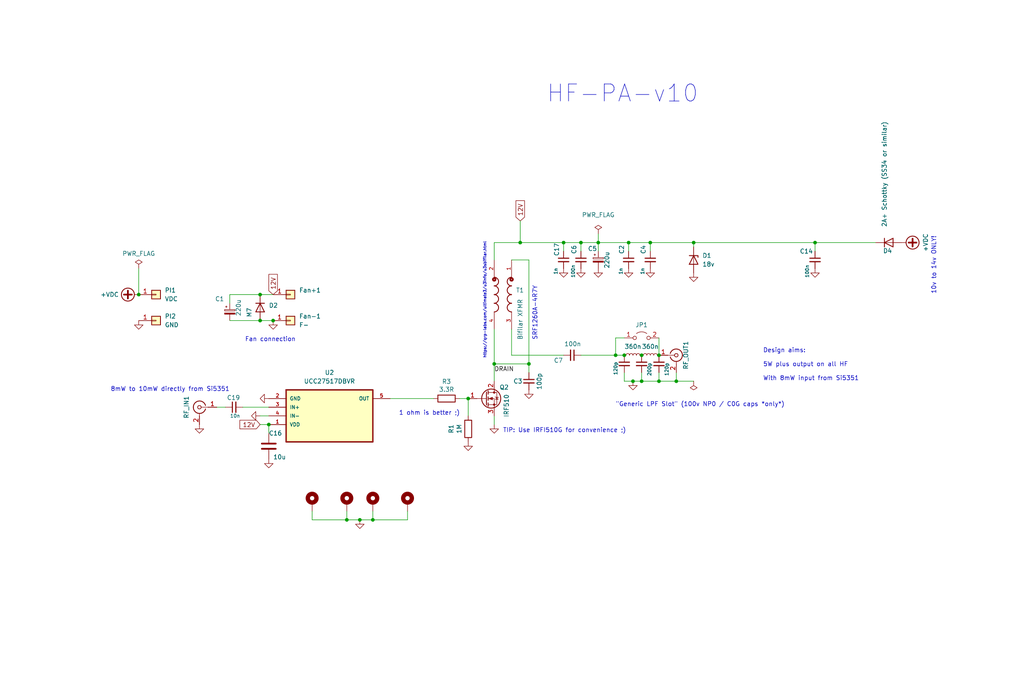
<source format=kicad_sch>
(kicad_sch (version 20230121) (generator eeschema)
  (paper "User" 299.999 200)
  (title_block (title "Easy-PA-Minimal-Brad") (date "2023-09-22") (rev "Revision 4.5") (company "Author: Dhiru Kholia (VU3CER)") (comment 1 "Designed for https://github.com/kholia/Easy-Digital-Beacons-v1 project") (comment 2 "Motivation: We need usable power on the 10m band!") (comment 3 "Based on designs from Henning Paul"))
  (lib_symbols
    (symbol "+VDC_1" (power) (pin_names (offset 0))
      (property "Value" "+VDC_1" (at 0 6.35 0))
      (symbol "+VDC_1_0_1"
        (polyline (pts (xy -1.143 3.175) (xy 1.143 3.175)) (stroke (width 0.508)))
        (polyline (pts (xy 0 0) (xy 0 1.27)))
        (polyline (pts (xy 0 2.032) (xy 0 4.318)) (stroke (width 0.508)))
        (circle (center 0 3.175) (radius 1.905) (stroke (width 0.254)))
      )
      (symbol "+VDC_1_1_1"
        (pin power_in line (at 0 0 90) (length 0) hide (name "+VDC") (number "1"))
      )
    )
    (symbol "Connector:Conn_Coaxial" (pin_names (offset 1.016) hide)
      (property "Reference" "J" (at 0.254 3.048 0))
      (property "Value" "Conn_Coaxial" (at 2.921 0 90))
      (symbol "Conn_Coaxial_0_1"
        (arc (start -1.778 -0.508) (mid 0.222 -1.808) (end 1.778 0) (stroke (width 0.254)))
        (polyline (pts (xy -2.54 0) (xy -0.508 0)))
        (polyline (pts (xy 0 -2.54) (xy 0 -1.778)))
        (circle (center 0 0) (radius 0.508) (stroke (width 0.2032)))
        (arc (start 1.778 0) (mid 0.222 1.8083) (end -1.778 0.508) (stroke (width 0.254)))
      )
      (symbol "Conn_Coaxial_1_1"
        (pin passive line (at -5.08 0 0) (length 2.54) (name "In") (number "1"))
        (pin passive line (at 0 -5.08 90) (length 2.54) (name "Ext") (number "2"))
      )
    )
    (symbol "Connector_Generic:Conn_01x01" (pin_names (offset 1.016) hide)
      (property "Reference" "J" (at 0 2.54 0))
      (property "Value" "Conn_01x01" (at 0 -2.54 0))
      (symbol "Conn_01x01_1_1"
        (rectangle (start -1.27 0.127) (end 0 -0.127) (stroke (width 0.1524)))
        (rectangle (start -1.27 1.27) (end 1.27 -1.27) (stroke (width 0.254)) (fill (type background)))
        (pin passive line (at -5.08 0 0) (length 3.81) (name "Pin_1") (number "1"))
      )
    )
    (symbol "Device:C" (pin_numbers hide) (pin_names (offset 0.254))
      (property "Reference" "C" (at 0.635 2.54 0))
      (property "Value" "C" (at 0.635 -2.54 0))
      (symbol "C_0_1"
        (polyline (pts (xy -2.032 -0.762) (xy 2.032 -0.762)) (stroke (width 0.508)))
        (polyline (pts (xy -2.032 0.762) (xy 2.032 0.762)) (stroke (width 0.508)))
      )
      (symbol "C_1_1"
        (pin passive line (at 0 3.81 270) (length 2.794) (name "~") (number "1"))
        (pin passive line (at 0 -3.81 90) (length 2.794) (name "~") (number "2"))
      )
    )
    (symbol "Device:C_Polarized_Small" (pin_numbers hide) (pin_names (offset 0.254) hide)
      (property "Reference" "C" (at 0.254 1.778 0))
      (property "Value" "C_Polarized_Small" (at 0.254 -2.032 0))
      (symbol "C_Polarized_Small_0_1"
        (rectangle (start -1.524 -0.3048) (end 1.524 -0.6858) (fill (type outline)))
        (rectangle (start -1.524 0.6858) (end 1.524 0.3048))
        (polyline (pts (xy -1.27 1.524) (xy -0.762 1.524)))
        (polyline (pts (xy -1.016 1.27) (xy -1.016 1.778)))
      )
      (symbol "C_Polarized_Small_1_1"
        (pin passive line (at 0 2.54 270) (length 1.8542) (name "~") (number "1"))
        (pin passive line (at 0 -2.54 90) (length 1.8542) (name "~") (number "2"))
      )
    )
    (symbol "Device:C_Small" (pin_numbers hide) (pin_names (offset 0.254) hide)
      (property "Reference" "C" (at 0.254 1.778 0))
      (property "Value" "C_Small" (at 0.254 -2.032 0))
      (symbol "C_Small_0_1"
        (polyline (pts (xy -1.524 -0.508) (xy 1.524 -0.508)) (stroke (width 0.3302)))
        (polyline (pts (xy -1.524 0.508) (xy 1.524 0.508)) (stroke (width 0.3048)))
      )
      (symbol "C_Small_1_1"
        (pin passive line (at 0 2.54 270) (length 2.032) (name "~") (number "1"))
        (pin passive line (at 0 -2.54 90) (length 2.032) (name "~") (number "2"))
      )
    )
    (symbol "Device:D" (pin_numbers hide) (pin_names (offset 1.016) hide)
      (property "Reference" "D" (at 0 2.54 0))
      (property "Value" "D" (at 0 -2.54 0))
      (symbol "D_0_1"
        (polyline (pts (xy -1.27 1.27) (xy -1.27 -1.27)) (stroke (width 0.254)))
        (polyline (pts (xy 1.27 0) (xy -1.27 0)))
        (polyline (pts (xy 1.27 1.27) (xy 1.27 -1.27) (xy -1.27 0) (xy 1.27 1.27)) (stroke (width 0.254)))
      )
      (symbol "D_1_1"
        (pin passive line (at -3.81 0 0) (length 2.54) (name "K") (number "1"))
        (pin passive line (at 3.81 0 180) (length 2.54) (name "A") (number "2"))
      )
    )
    (symbol "Device:D_Zener" (pin_numbers hide) (pin_names (offset 1.016) hide)
      (property "Reference" "D" (at 0 2.54 0))
      (property "Value" "D_Zener" (at 0 -2.54 0))
      (symbol "D_Zener_0_1"
        (polyline (pts (xy 1.27 0) (xy -1.27 0)))
        (polyline (pts (xy -1.27 -1.27) (xy -1.27 1.27) (xy -0.762 1.27)) (stroke (width 0.254)))
        (polyline (pts (xy 1.27 -1.27) (xy 1.27 1.27) (xy -1.27 0) (xy 1.27 -1.27)) (stroke (width 0.254)))
      )
      (symbol "D_Zener_1_1"
        (pin passive line (at -3.81 0 0) (length 2.54) (name "K") (number "1"))
        (pin passive line (at 3.81 0 180) (length 2.54) (name "A") (number "2"))
      )
    )
    (symbol "Device:L_Small" (pin_numbers hide) (pin_names (offset 0.254) hide)
      (property "Reference" "L" (at 0.762 1.016 0))
      (property "Value" "L_Small" (at 0.762 -1.016 0))
      (symbol "L_Small_0_1"
        (arc (start 0 -2.032) (mid 0.5058 -1.524) (end 0 -1.016))
        (arc (start 0 -1.016) (mid 0.5058 -0.508) (end 0 0))
        (arc (start 0 0) (mid 0.5058 0.508) (end 0 1.016))
        (arc (start 0 1.016) (mid 0.5058 1.524) (end 0 2.032))
      )
      (symbol "L_Small_1_1"
        (pin passive line (at 0 2.54 270) (length 0.508) (name "~") (number "1"))
        (pin passive line (at 0 -2.54 90) (length 0.508) (name "~") (number "2"))
      )
    )
    (symbol "Device:R" (pin_numbers hide) (pin_names (offset 0))
      (property "Reference" "R" (at 2.032 0 90))
      (property "Value" "R" (at 0 0 90))
      (symbol "R_0_1"
        (rectangle (start -1.016 -2.54) (end 1.016 2.54) (stroke (width 0.254)))
      )
      (symbol "R_1_1"
        (pin passive line (at 0 3.81 270) (length 1.27) (name "~") (number "1"))
        (pin passive line (at 0 -3.81 90) (length 1.27) (name "~") (number "2"))
      )
    )
    (symbol "Diode:1N4007" (pin_numbers hide) (pin_names hide)
      (property "Reference" "D" (at 0 2.54 0))
      (property "Value" "1N4007" (at 0 -2.54 0))
      (symbol "1N4007_0_1"
        (polyline (pts (xy -1.27 1.27) (xy -1.27 -1.27)) (stroke (width 0.254)))
        (polyline (pts (xy 1.27 0) (xy -1.27 0)))
        (polyline (pts (xy 1.27 1.27) (xy 1.27 -1.27) (xy -1.27 0) (xy 1.27 1.27)) (stroke (width 0.254)))
      )
      (symbol "1N4007_1_1"
        (pin passive line (at -3.81 0 0) (length 2.54) (name "K") (number "1"))
        (pin passive line (at 3.81 0 180) (length 2.54) (name "A") (number "2"))
      )
    )
    (symbol "Jumper:Jumper_2_Open" (pin_names (offset 0) hide)
      (property "Reference" "JP" (at 0 2.794 0))
      (property "Value" "Jumper_2_Open" (at 0 -2.286 0))
      (symbol "Jumper_2_Open_0_0"
        (circle (center -2.032 0) (radius 0.508))
        (circle (center 2.032 0) (radius 0.508))
      )
      (symbol "Jumper_2_Open_0_1"
        (arc (start 1.524 1.27) (mid 0 1.778) (end -1.524 1.27))
      )
      (symbol "Jumper_2_Open_1_1"
        (pin passive line (at -5.08 0 0) (length 2.54) (name "A") (number "1"))
        (pin passive line (at 5.08 0 180) (length 2.54) (name "B") (number "2"))
      )
    )
    (symbol "Mechanical:MountingHole_Pad" (pin_numbers hide) (pin_names (offset 1.016) hide)
      (property "Reference" "H" (at 0 6.35 0))
      (property "Value" "MountingHole_Pad" (at 0 4.445 0))
      (symbol "MountingHole_Pad_0_1"
        (circle (center 0 1.27) (radius 1.27) (stroke (width 1.27)))
      )
      (symbol "MountingHole_Pad_1_1"
        (pin input line (at 0 -2.54 90) (length 2.54) (name "1") (number "1"))
      )
    )
    (symbol "SRF1260A-4R7Y:SRF1260A-4R7Y" (pin_names (offset 1.016))
      (property "Reference" "L" (at -7.631 5.0873 0))
      (property "Value" "SRF1260A-4R7Y" (at -7.6349 -7.6349 0))
      (symbol "SRF1260A-4R7Y_0_0"
        (arc (start -5.08 2.54) (mid -3.81 1.2755) (end -2.54 2.54) (stroke (width 0.254)))
        (circle (center -4.445 -2.54) (radius 0.127) (stroke (width 0.508)))
        (circle (center -4.445 2.54) (radius 0.127) (stroke (width 0.508)))
        (arc (start -2.54 -2.54) (mid -3.81 -1.2755) (end -5.08 -2.54) (stroke (width 0.254)))
        (arc (start -2.54 2.54) (mid -1.27 1.2755) (end 0 2.54) (stroke (width 0.254)))
        (arc (start 0 -2.54) (mid -1.27 -1.2755) (end -2.54 -2.54) (stroke (width 0.254)))
        (arc (start 0 2.54) (mid 1.27 1.2755) (end 2.54 2.54) (stroke (width 0.254)))
        (arc (start 2.54 -2.54) (mid 1.27 -1.2755) (end 0 -2.54) (stroke (width 0.254)))
        (arc (start 2.54 2.54) (mid 3.81 1.2755) (end 5.08 2.54) (stroke (width 0.254)))
        (arc (start 5.08 -2.54) (mid 3.81 -1.2755) (end 2.54 -2.54) (stroke (width 0.254)))
        (pin passive line (at -10.16 2.54 0) (length 5.08) (name "~") (number "1"))
        (pin passive line (at -10.16 -2.54 0) (length 5.08) (name "~") (number "2"))
        (pin passive line (at 10.16 2.54 180) (length 5.08) (name "~") (number "3"))
        (pin passive line (at 10.16 -2.54 180) (length 5.08) (name "~") (number "4"))
      )
    )
    (symbol "Transistor_FET:IRF540N" (pin_names hide)
      (property "Reference" "Q" (at 6.35 1.905 0))
      (property "Value" "IRF540N" (at 6.35 0 0))
      (symbol "IRF540N_0_1"
        (polyline (pts (xy 0.254 0) (xy -2.54 0)))
        (polyline (pts (xy 0.254 1.905) (xy 0.254 -1.905)) (stroke (width 0.254)))
        (polyline (pts (xy 0.762 -1.27) (xy 0.762 -2.286)) (stroke (width 0.254)))
        (polyline (pts (xy 0.762 0.508) (xy 0.762 -0.508)) (stroke (width 0.254)))
        (polyline (pts (xy 0.762 2.286) (xy 0.762 1.27)) (stroke (width 0.254)))
        (polyline (pts (xy 2.54 2.54) (xy 2.54 1.778)))
        (polyline (pts (xy 2.54 -2.54) (xy 2.54 0) (xy 0.762 0)))
        (polyline (pts (xy 0.762 -1.778) (xy 3.302 -1.778) (xy 3.302 1.778) (xy 0.762 1.778)))
        (polyline (pts (xy 1.016 0) (xy 2.032 0.381) (xy 2.032 -0.381) (xy 1.016 0)) (fill (type outline)))
        (polyline (pts (xy 2.794 0.508) (xy 2.921 0.381) (xy 3.683 0.381) (xy 3.81 0.254)))
        (polyline (pts (xy 3.302 0.381) (xy 2.921 -0.254) (xy 3.683 -0.254) (xy 3.302 0.381)))
        (circle (center 1.651 0) (radius 2.794) (stroke (width 0.254)))
        (circle (center 2.54 -1.778) (radius 0.254) (fill (type outline)))
        (circle (center 2.54 1.778) (radius 0.254) (fill (type outline)))
      )
      (symbol "IRF540N_1_1"
        (pin input line (at -5.08 0 0) (length 2.54) (name "G") (number "1"))
        (pin passive line (at 2.54 5.08 270) (length 2.54) (name "D") (number "2"))
        (pin passive line (at 2.54 -5.08 90) (length 2.54) (name "S") (number "3"))
      )
    )
    (symbol "UCC27517DBVR:UCC27517DBVR" (pin_names (offset 1.016))
      (property "Reference" "U" (at -12.7 8.62 0))
      (property "Value" "UCC27517DBVR" (at -12.7 -11.62 0))
      (symbol "UCC27517DBVR_0_0"
        (rectangle (start -12.7 -7.62) (end 12.7 7.62) (stroke (width 0.41)) (fill (type background)))
        (pin input line (at -17.78 -2.54 0) (length 5.08) (name "VDD") (number "1"))
        (pin input line (at -17.78 5.08 0) (length 5.08) (name "GND") (number "2"))
        (pin input line (at -17.78 2.54 0) (length 5.08) (name "IN+") (number "3"))
        (pin input line (at -17.78 0 0) (length 5.08) (name "IN-") (number "4"))
        (pin output line (at 17.78 5.08 180) (length 5.08) (name "OUT") (number "5"))
      )
    )
    (symbol "power:+VDC" (power) (pin_names (offset 0))
      (property "Value" "+VDC" (at 0 6.35 0))
      (symbol "+VDC_0_1"
        (polyline (pts (xy -1.143 3.175) (xy 1.143 3.175)) (stroke (width 0.508)))
        (polyline (pts (xy 0 0) (xy 0 1.27)))
        (polyline (pts (xy 0 2.032) (xy 0 4.318)) (stroke (width 0.508)))
        (circle (center 0 3.175) (radius 1.905) (stroke (width 0.254)))
      )
      (symbol "+VDC_1_1"
        (pin power_in line (at 0 0 90) (length 0) hide (name "+VDC") (number "1"))
      )
    )
    (symbol "power:GND" (power) (pin_names (offset 0))
      (property "Value" "GND" (at 0 -3.81 0))
      (symbol "GND_0_1"
        (polyline (pts (xy 0 0) (xy 0 -1.27) (xy 1.27 -1.27) (xy 0 -2.54) (xy -1.27 -1.27) (xy 0 -1.27)))
      )
      (symbol "GND_1_1"
        (pin power_in line (at 0 0 270) (length 0) hide (name "GND") (number "1"))
      )
    )
    (symbol "power:PWR_FLAG" (power) (pin_numbers hide) (pin_names (offset 0) hide)
      (property "Value" "PWR_FLAG" (at 0 3.81 0))
      (symbol "PWR_FLAG_0_0"
        (pin power_out line (at 0 0 90) (length 0) (name "pwr") (number "1"))
      )
      (symbol "PWR_FLAG_0_1"
        (polyline (pts (xy 0 0) (xy 0 1.27) (xy -1.016 1.905) (xy 0 2.54) (xy 1.016 1.905) (xy 0 1.27)))
      )
    )
  )
  (junction (at 198.12 111.76))
  (junction (at 185.42 111.76))
  (junction (at 154.94 106.68))
  (junction (at 187.96 111.76))
  (junction (at 78.74 124.46))
  (junction (at 238.76 71.12))
  (junction (at 76.2 93.98))
  (junction (at 76.2 86.36))
  (junction (at 152.4 71.12))
  (junction (at 184.15 71.12))
  (junction (at 101.6 152.4))
  (junction (at 182.88 104.14))
  (junction (at 193.04 104.14))
  (junction (at 40.64 86.36))
  (junction (at 187.96 104.14))
  (junction (at 170.18 71.12))
  (junction (at 80.01 93.98))
  (junction (at 109.22 152.4))
  (junction (at 180.34 104.14))
  (junction (at 165.1 71.12))
  (junction (at 203.2 71.12))
  (junction (at 193.04 111.76))
  (junction (at 137.16 116.84))
  (junction (at 144.78 106.68))
  (junction (at 175.26 71.12))
  (junction (at 105.41 152.4))
  (junction (at 190.5 71.12))
  (wire (pts (xy 144.78 71.12) (xy 152.4 71.12)))
  (wire (pts (xy 238.76 71.12) (xy 256.54 71.12)))
  (wire (pts (xy 137.16 121.92) (xy 137.16 116.84)))
  (wire (pts (xy 119.38 152.4) (xy 119.38 149.86)))
  (wire (pts (xy 149.86 76.2) (xy 154.94 76.2)))
  (wire (pts (xy 193.04 111.76) (xy 198.12 111.76)))
  (wire (pts (xy 165.1 71.12) (xy 170.18 71.12)))
  (wire (pts (xy 193.04 109.22) (xy 193.04 111.76)))
  (wire (pts (xy 149.86 96.52) (xy 149.86 104.14)))
  (wire (pts (xy 170.18 71.12) (xy 170.18 73.66)))
  (wire (pts (xy 40.64 78.74) (xy 40.64 86.36)))
  (wire (pts (xy 78.74 124.46) (xy 78.74 127)))
  (wire (pts (xy 76.2 121.92) (xy 78.74 121.92)))
  (wire (pts (xy 203.2 71.12) (xy 238.76 71.12)))
  (wire (pts (xy 67.31 88.9) (xy 67.31 86.36)))
  (wire (pts (xy 144.78 76.2) (xy 144.78 71.12)))
  (wire (pts (xy 152.4 71.12) (xy 165.1 71.12)))
  (wire (pts (xy 149.86 104.14) (xy 165.1 104.14)))
  (wire (pts (xy 91.44 152.4) (xy 101.6 152.4)))
  (wire (pts (xy 190.5 71.12) (xy 190.5 73.66)))
  (wire (pts (xy 154.94 76.2) (xy 154.94 106.68)))
  (wire (pts (xy 144.78 106.68) (xy 144.78 111.76)))
  (wire (pts (xy 76.2 86.36) (xy 80.01 86.36)))
  (wire (pts (xy 144.78 124.46) (xy 144.78 121.92)))
  (wire (pts (xy 165.1 71.12) (xy 165.1 73.66)))
  (wire (pts (xy 101.6 149.86) (xy 101.6 152.4)))
  (wire (pts (xy 180.34 99.06) (xy 182.88 99.06)))
  (wire (pts (xy 67.31 93.98) (xy 76.2 93.98)))
  (wire (pts (xy 185.42 111.76) (xy 187.96 111.76)))
  (wire (pts (xy 175.26 71.12) (xy 184.15 71.12)))
  (wire (pts (xy 187.96 109.22) (xy 187.96 111.76)))
  (wire (pts (xy 175.26 71.12) (xy 175.26 73.66)))
  (wire (pts (xy 180.34 99.06) (xy 180.34 104.14)))
  (wire (pts (xy 91.44 149.86) (xy 91.44 152.4)))
  (wire (pts (xy 180.34 104.14) (xy 182.88 104.14)))
  (wire (pts (xy 134.62 116.84) (xy 137.16 116.84)))
  (wire (pts (xy 203.2 71.12) (xy 203.2 72.39)))
  (wire (pts (xy 63.5 119.38) (xy 66.04 119.38)))
  (wire (pts (xy 198.12 111.76) (xy 198.12 109.22)))
  (wire (pts (xy 114.3 116.84) (xy 127 116.84)))
  (wire (pts (xy 144.78 106.68) (xy 154.94 106.68)))
  (wire (pts (xy 67.31 86.36) (xy 76.2 86.36)))
  (wire (pts (xy 190.5 71.12) (xy 203.2 71.12)))
  (wire (pts (xy 76.2 93.98) (xy 80.01 93.98)))
  (wire (pts (xy 170.18 71.12) (xy 175.26 71.12)))
  (wire (pts (xy 187.96 111.76) (xy 193.04 111.76)))
  (wire (pts (xy 184.15 71.12) (xy 184.15 73.66)))
  (wire (pts (xy 76.2 124.46) (xy 78.74 124.46)))
  (wire (pts (xy 105.41 152.4) (xy 109.22 152.4)))
  (wire (pts (xy 109.22 152.4) (xy 119.38 152.4)))
  (wire (pts (xy 154.94 106.68) (xy 154.94 109.22)))
  (wire (pts (xy 71.12 119.38) (xy 78.74 119.38)))
  (wire (pts (xy 198.12 111.76) (xy 203.2 111.76)))
  (wire (pts (xy 182.88 111.76) (xy 185.42 111.76)))
  (wire (pts (xy 101.6 152.4) (xy 105.41 152.4)))
  (wire (pts (xy 170.18 104.14) (xy 180.34 104.14)))
  (wire (pts (xy 184.15 71.12) (xy 190.5 71.12)))
  (wire (pts (xy 175.26 68.58) (xy 175.26 71.12)))
  (wire (pts (xy 144.78 96.52) (xy 144.78 106.68)))
  (wire (pts (xy 182.88 109.22) (xy 182.88 111.76)))
  (wire (pts (xy 152.4 64.77) (xy 152.4 71.12)))
  (wire (pts (xy 238.76 71.12) (xy 238.76 73.66)))
  (wire (pts (xy 193.04 104.14) (xy 193.04 99.06)))
  (wire (pts (xy 109.22 149.86) (xy 109.22 152.4)))
  (text "Fan connection" (at 71.755 100.33 0) (effects (font (size 1.27 1.27)) (justify left bottom)))
  (text "8mW to 10mW directly from Si5351" (at 67.31 114.935 0) (effects (font (size 1.27 1.27)) (justify right bottom)))
  (text "HF-PA-v10" (at 160.02 30.48 0) (effects (font (size 5 5)) (justify left bottom)))
  (text "Design aims:\n\n5W plus output on all HF\n\nWith 8mW input from Si5351" (at 223.52 111.76 0) (effects (font (size 1.27 1.27)) (justify left bottom)))
  (text "1 ohm is better ;)" (at 116.84 121.92 0) (effects (font (size 1.27 1.27)) (justify left bottom)))
  (text "SRF1260A-4R7Y" (at 157.48 99.822 90) (effects (font (size 1.27 1.27)) (justify left bottom)))
  (text "\"Generic LPF Slot\" (100v NP0 / C0G caps *only*)" (at 180.34 119.38 0) (effects (font (size 1.27 1.27)) (justify left bottom)))
  (text "https://qrp-labs.com/ultimate3/u3info/u3sbifilar.html" (at 142.494 105.156 90) (effects (font (size 0.8 0.8)) (justify left bottom)))
  (text "10v to 14v ONLY!" (at 274.32 86.36 90) (effects (font (size 1.27 1.27)) (justify left bottom)))
  (text "TIP: Use IRFI510G for convenience ;)" (at 147.32 127 0) (effects (font (size 1.27 1.27)) (justify left bottom)))
  (label "DRAIN" (at 144.78 109.22 0))
  (global_label "12V" (shape input) (at 80.01 86.36 90) (property "Intersheetrefs" "${INTERSHEET_REFS}" (effects hide)))
  (global_label "12V" (shape input) (at 152.4 64.77 90) (property "Intersheetrefs" "${INTERSHEET_REFS}" (effects hide)))
  (global_label "12V" (shape input) (at 76.2 124.46 180) (property "Intersheetrefs" "${INTERSHEET_REFS}" (effects hide)))
  (symbol (lib_id "Device:C_Polarized_Small") (at 175.26 76.2 0) (unit 1)
    (property "Reference" "C5" (at 172.212 72.898 0) (effects (justify left)))
    (property "Value" "220u" (at 177.8 78.74 90) (effects (justify left)))
    (property "Footprint" "Capacitor_SMD:CP_Elec_8x10.5" (effects hide))
  )
  (symbol (lib_id "Device:C_Small") (at 167.64 104.14 270) (unit 1)
    (property "Reference" "C7" (at 163.576 105.664 90))
    (property "Value" "100n" (at 167.767 100.838 90))
    (property "Footprint" "Capacitor_SMD:C_1206_3216Metric_Pad1.33x1.80mm_HandSolder" (effects hide))
  )
  (symbol (lib_id "Connector_Generic:Conn_01x01") (at 45.72 86.36 0) (unit 1)
    (property "Reference" "PI1" (at 48.26 85.09 0) (effects (justify left)))
    (property "Value" "VDC" (at 48.26 87.63 0) (effects (justify left)))
    (property "Footprint" "TestPoint:TestPoint_Pad_4.0x4.0mm" (effects hide))
  )
  (symbol (lib_id "power:+VDC") (at 40.64 86.36 90) (unit 1)
    (property "Reference" "#PWR0110" (effects hide))
    (property "Value" "+VDC" (at 34.8234 86.36 90) (effects (justify left)))
  )
  (symbol (lib_id "Device:R") (at 130.81 116.84 270) (unit 1)
    (property "Reference" "R3" (at 130.81 111.8616 90))
    (property "Value" "3.3R" (at 130.81 114.173 90))
    (property "Footprint" "Resistor_SMD:R_2512_6332Metric_Pad1.40x3.35mm_HandSolder" (effects hide))
  )
  (symbol (lib_id "power:PWR_FLAG") (at 40.64 78.74 0) (unit 1)
    (property "Reference" "#FLG0103" (effects hide))
    (property "Value" "PWR_FLAG" (at 40.64 74.3458 0))
  )
  (symbol (lib_id "power:GND") (at 58.42 124.46 0) (unit 1)
    (property "Reference" "#PWR0106" (effects hide))
    (property "Value" "GND" (effects hide))
  )
  (symbol (lib_id "Device:C_Small") (at 170.18 76.2 0) (unit 1)
    (property "Reference" "C6" (at 168.148 73.152 90))
    (property "Value" "100n" (at 167.894 79.502 90) (effects (font (size 0.9906 0.9906))))
    (property "Footprint" "Capacitor_SMD:C_1206_3216Metric_Pad1.33x1.80mm_HandSolder" (effects hide))
  )
  (symbol (lib_id "power:PWR_FLAG") (at 175.26 68.58 0) (unit 1)
    (property "Reference" "#FLG01" (effects hide))
    (property "Value" "PWR_FLAG" (at 175.26 62.992 0))
  )
  (symbol (lib_id "Device:L_Small") (at 190.5 104.14 90) (unit 1)
    (property "Reference" "L2" (effects hide))
    (property "Value" "360n" (at 190.5 101.6 90))
    (property "Footprint" "Inductor_THT:L_Toroid_Vertical_L10.0mm_W5.0mm_P5.08mm" (effects hide))
  )
  (symbol (lib_name "+VDC_1") (lib_id "power:+VDC") (at 264.16 71.12 270) (unit 1)
    (property "Reference" "#PWR014" (effects hide))
    (property "Value" "+VDC" (at 271.145 71.12 0))
  )
  (symbol (lib_id "power:GND") (at 76.2 121.92 270) (unit 1)
    (property "Reference" "#PWR04" (effects hide))
    (property "Value" "GND" (effects hide))
  )
  (symbol (lib_id "Connector:Conn_Coaxial") (at 58.42 119.38 0) (mirror y) (unit 1)
    (property "Reference" "RF_IN1" (at 54.61 119.38 90))
    (property "Value" "SMA" (effects hide))
    (property "Footprint" "Connector_Coaxial:SMA_Samtec_SMA-J-P-X-ST-EM1_EdgeMount" (effects hide))
    (property "Datasheet" " ~" (effects hide))
  )
  (symbol (lib_id "Device:C_Small") (at 238.76 76.2 0) (unit 1)
    (property "Reference" "C14" (at 236.22 73.66 0))
    (property "Value" "100n" (at 236.474 79.502 90) (effects (font (size 0.9906 0.9906))))
    (property "Footprint" "Capacitor_SMD:C_1206_3216Metric_Pad1.33x1.80mm_HandSolder" (effects hide))
  )
  (symbol (lib_id "Connector_Generic:Conn_01x01") (at 85.09 86.36 0) (unit 1)
    (property "Reference" "Fan+1" (at 87.63 85.09 0) (effects (justify left)))
    (property "Value" "F+" (effects hide))
    (property "Footprint" "TestPoint:TestPoint_Pad_4.0x4.0mm" (effects hide))
  )
  (symbol (lib_id "Device:R") (at 137.16 125.73 0) (unit 1)
    (property "Reference" "R1" (at 132.1816 125.73 90))
    (property "Value" "1M" (at 134.493 125.73 90))
    (property "Footprint" "Resistor_SMD:R_1206_3216Metric_Pad1.30x1.75mm_HandSolder" (effects hide))
  )
  (symbol (lib_id "Device:D") (at 260.35 71.12 0) (unit 1)
    (property "Reference" "D4" (at 261.366 73.533 0) (effects (justify right)))
    (property "Value" "2A+ Schottky (SS34 or similar)" (at 259.08 35.56 90) (effects (justify right)))
    (property "Footprint" "Diode_SMD:D_SMC_Handsoldering" (effects hide))
    (property "Sim.Device" "D" (effects hide))
    (property "Sim.Pins" "1=K 2=A" (effects hide))
  )
  (symbol (lib_id "power:GND") (at 175.26 78.74 0) (unit 1)
    (property "Reference" "#PWR0103" (effects hide))
    (property "Value" "GND" (effects hide))
  )
  (symbol (lib_id "Device:C_Small") (at 187.96 106.68 0) (unit 1)
    (property "Reference" "C11" (effects hide))
    (property "Value" "200p" (at 190.246 110.236 90) (effects (font (size 1 1)) (justify left)))
    (property "Footprint" "Capacitor_SMD:C_1206_3216Metric_Pad1.33x1.80mm_HandSolder" (effects hide))
  )
  (symbol (lib_id "Device:C_Small") (at 68.58 119.38 90) (unit 1)
    (property "Reference" "C19" (at 70.358 116.586 90) (effects (justify left)))
    (property "Value" "10n" (at 70.358 121.92 90) (effects (font (size 1 1)) (justify left)))
    (property "Footprint" "Capacitor_SMD:C_1206_3216Metric_Pad1.33x1.80mm_HandSolder" (effects hide))
  )
  (symbol (lib_id "power:PWR_FLAG") (at 203.2 111.76 180) (unit 1)
    (property "Reference" "#FLG02" (effects hide))
    (property "Value" "PWR_FLAG" (effects hide))
  )
  (symbol (lib_id "Device:C_Small") (at 190.5 76.2 0) (unit 1)
    (property "Reference" "C4" (at 188.468 73.152 90))
    (property "Value" "1n" (at 188.214 79.502 90) (effects (font (size 0.9906 0.9906))))
    (property "Footprint" "Capacitor_SMD:C_1206_3216Metric_Pad1.33x1.80mm_HandSolder" (effects hide))
  )
  (symbol (lib_id "Device:C") (at 78.74 130.81 0) (unit 1)
    (property "Reference" "C16" (at 78.74 127 0) (effects (justify left)))
    (property "Value" "10u" (at 80.01 133.985 0) (effects (justify left)))
    (property "Footprint" "Capacitor_SMD:C_1206_3216Metric_Pad1.33x1.80mm_HandSolder" (effects hide))
  )
  (symbol (lib_id "power:GND") (at 154.94 114.3 0) (mirror y) (unit 1)
    (property "Reference" "#PWR015" (effects hide))
    (property "Value" "GND" (effects hide))
  )
  (symbol (lib_id "Connector_Generic:Conn_01x01") (at 85.09 93.98 0) (unit 1)
    (property "Reference" "Fan-1" (at 87.63 92.71 0) (effects (justify left)))
    (property "Value" "F-" (at 87.63 95.25 0) (effects (justify left)))
    (property "Footprint" "TestPoint:TestPoint_Pad_4.0x4.0mm" (effects hide))
  )
  (symbol (lib_id "Connector:Conn_Coaxial") (at 198.12 104.14 0) (unit 1)
    (property "Reference" "RF_OUT1" (at 200.914 104.14 90))
    (property "Value" "SMA" (effects hide))
    (property "Footprint" "Connector_Coaxial:SMA_Samtec_SMA-J-P-X-ST-EM1_EdgeMount" (effects hide))
    (property "Datasheet" " ~" (effects hide))
  )
  (symbol (lib_id "Diode:1N4007") (at 76.2 90.17 270) (unit 1)
    (property "Reference" "D2" (at 78.74 89.535 90) (effects (justify left)))
    (property "Value" "M7" (at 73.025 90.17 0) (effects (justify left)))
    (property "Footprint" "Diode_SMD:D_SMA_Handsoldering" (effects hide))
    (property "Datasheet" "http://www.vishay.com/docs/88503/1n4001.pdf" (effects hide))
  )
  (symbol (lib_id "Device:C_Small") (at 182.88 106.68 0) (unit 1)
    (property "Reference" "C10" (effects hide))
    (property "Value" "120p" (at 180.34 109.982 90) (effects (font (size 1 1)) (justify left)))
    (property "Footprint" "Capacitor_SMD:C_1206_3216Metric_Pad1.33x1.80mm_HandSolder" (effects hide))
  )
  (symbol (lib_id "Device:C_Small") (at 184.15 76.2 0) (unit 1)
    (property "Reference" "C2" (at 182.118 73.152 90))
    (property "Value" "1n" (at 181.864 79.502 90) (effects (font (size 0.9906 0.9906))))
    (property "Footprint" "Capacitor_SMD:C_1206_3216Metric_Pad1.33x1.80mm_HandSolder" (effects hide))
  )
  (symbol (lib_id "power:GND") (at 184.15 78.74 0) (unit 1)
    (property "Reference" "#PWR07" (effects hide))
    (property "Value" "GND" (effects hide))
  )
  (symbol (lib_id "power:GND") (at 185.42 111.76 0) (mirror y) (unit 1)
    (property "Reference" "#PWR016" (effects hide))
    (property "Value" "GND" (effects hide))
  )
  (symbol (lib_id "Mechanical:MountingHole_Pad") (at 109.22 147.32 0) (unit 1)
    (property "Reference" "H3" (effects hide))
    (property "Value" "MountingHole_Pad" (effects hide))
    (property "Footprint" "MountingHole:MountingHole_3.2mm_M3_Pad" (effects hide))
  )
  (symbol (lib_id "Device:C_Polarized_Small") (at 67.31 91.44 0) (unit 1)
    (property "Reference" "C1" (at 62.992 87.63 0) (effects (justify left)))
    (property "Value" "220u" (at 69.85 92.71 90) (effects (justify left)))
    (property "Footprint" "Capacitor_SMD:CP_Elec_8x10.5" (effects hide))
  )
  (symbol (lib_id "Device:C_Small") (at 154.94 111.76 0) (unit 1)
    (property "Reference" "C3" (at 150.368 111.76 0) (effects (justify left)))
    (property "Value" "100p" (at 157.988 114.3 90) (effects (justify left)))
    (property "Footprint" "Capacitor_SMD:C_1206_3216Metric_Pad1.33x1.80mm_HandSolder" (effects hide))
    (property "Sim.Device" "SPICE" (effects hide))
    (property "Sim.Params" "type=\"\" model=\"100n\" lib=\"\"" (effects hide))
    (property "Sim.Pins" "1=1 2=2" (effects hide))
  )
  (symbol (lib_id "power:GND") (at 190.5 78.74 0) (unit 1)
    (property "Reference" "#PWR08" (effects hide))
    (property "Value" "GND" (effects hide))
  )
  (symbol (lib_id "Device:C_Small") (at 165.1 76.2 0) (unit 1)
    (property "Reference" "C17" (at 163.068 73.152 90))
    (property "Value" "1n" (at 162.814 79.502 90) (effects (font (size 0.9906 0.9906))))
    (property "Footprint" "Capacitor_SMD:C_1206_3216Metric_Pad1.33x1.80mm_HandSolder" (effects hide))
  )
  (symbol (lib_id "Mechanical:MountingHole_Pad") (at 101.6 147.32 0) (unit 1)
    (property "Reference" "H2" (effects hide))
    (property "Value" "MountingHole_Pad" (effects hide))
    (property "Footprint" "MountingHole:MountingHole_3.2mm_M3_Pad" (effects hide))
  )
  (symbol (lib_id "SRF1260A-4R7Y:SRF1260A-4R7Y") (at 147.32 86.36 270) (unit 1)
    (property "Reference" "T1" (at 151.13 85.09 90) (effects (justify left)))
    (property "Value" "Bifilar XFMR" (at 152.4 87.63 0) (effects (justify left)))
    (property "Footprint" "footprints:IND_SRF1260A-4R7Y-Longer-Pads" (effects hide))
    (property "MF" "Bourns" (effects hide))
    (property "MOUSER-PURCHASE-URL" "https://snapeda.com/shop?store=Mouser&id=1533338" (effects hide))
    (property "DESCRIPTION" "Shielded 2 Coil Inductor Array 27.2µH Inductance - Connected in Series 6.8µH Inductance - Connected in Parallel 18.6mOhm Max DC Resistance (DCR) - Parallel 6.64A Nonstandard" (effects hide))
    (property "PACKAGE" "Nonstandard Bourns" (effects hide))
    (property "PRICE" "None" (effects hide))
    (property "MP" "SRF1260A-6R8Y" (effects hide))
    (property "AVAILABILITY" "Warning" (effects hide))
  )
  (symbol (lib_id "Jumper:Jumper_2_Open") (at 187.96 99.06 0) (unit 1)
    (property "Reference" "JP1" (at 187.96 95.25 0))
    (property "Value" "Jumper_2_Open" (effects hide))
    (property "Footprint" "Jumper:SolderJumper-2_P1.3mm_Open_TrianglePad1.0x1.5mm" (effects hide))
  )
  (symbol (lib_id "power:GND") (at 78.74 116.84 270) (unit 1)
    (property "Reference" "#PWR02" (effects hide))
    (property "Value" "GND" (effects hide))
  )
  (symbol (lib_id "power:GND") (at 80.01 93.98 0) (mirror y) (unit 1)
    (property "Reference" "#PWR05" (effects hide))
    (property "Value" "GND" (effects hide))
  )
  (symbol (lib_id "power:GND") (at 105.41 152.4 0) (unit 1)
    (property "Reference" "#PWR01" (effects hide))
    (property "Value" "GNDPWR" (effects hide))
  )
  (symbol (lib_id "power:GND") (at 137.16 129.54 0) (unit 1)
    (property "Reference" "#PWR03" (effects hide))
    (property "Value" "GND" (effects hide))
  )
  (symbol (lib_id "Device:C_Small") (at 193.04 106.68 0) (unit 1)
    (property "Reference" "C12" (effects hide))
    (property "Value" "120p" (at 195.326 110.236 90) (effects (font (size 1 1)) (justify left)))
    (property "Footprint" "Capacitor_SMD:C_1206_3216Metric_Pad1.33x1.80mm_HandSolder" (effects hide))
  )
  (symbol (lib_id "Mechanical:MountingHole_Pad") (at 119.38 147.32 0) (mirror y) (unit 1)
    (property "Reference" "H4" (effects hide))
    (property "Value" "MountingHole_Pad" (effects hide))
    (property "Footprint" "MountingHole:MountingHole_3.2mm_M3_Pad" (effects hide))
  )
  (symbol (lib_id "Connector_Generic:Conn_01x01") (at 45.72 93.98 0) (unit 1)
    (property "Reference" "PI2" (at 48.26 92.71 0) (effects (justify left)))
    (property "Value" "GND" (at 48.26 95.25 0) (effects (justify left)))
    (property "Footprint" "TestPoint:TestPoint_Pad_4.0x4.0mm" (effects hide))
  )
  (symbol (lib_id "power:GND") (at 144.78 124.46 0) (unit 1)
    (property "Reference" "#PWR0116" (effects hide))
    (property "Value" "GND" (effects hide))
  )
  (symbol (lib_id "power:GND") (at 40.64 93.98 0) (unit 1)
    (property "Reference" "#PWR0109" (effects hide))
    (property "Value" "GND" (effects hide))
  )
  (symbol (lib_id "UCC27517DBVR:UCC27517DBVR") (at 96.52 121.92 0) (unit 1)
    (property "Reference" "U2" (at 96.52 109.22 0))
    (property "Value" "UCC27517DBVR" (at 96.52 111.76 0))
    (property "Footprint" "Package_TO_SOT_SMD:SOT-23-5_HandSoldering" (effects hide))
    (property "MF" "Texas Instruments" (effects hide))
    (property "Description" "\n4-A/4-A single-channel gate driver with 5-V UVLO and 13-ns prop delay in SOT-23 package\n" (effects hide))
    (property "Package" "SOT-23-5 Texas Instruments" (effects hide))
    (property "Price" "None" (effects hide))
    (property "SnapEDA_Link" "https://www.snapeda.com/parts/UCC27517DBVR/Texas+Instruments/view-part/?ref=snap" (effects hide))
    (property "MP" "UCC27517DBVR" (effects hide))
    (property "Purchase-URL" "https://pricing.snapeda.com/search?q=UCC27517DBVR&ref=eda" (effects hide))
    (property "Availability" "In Stock" (effects hide))
    (property "Check_prices" "https://www.snapeda.com/parts/UCC27517DBVR/Texas+Instruments/view-part/?ref=eda" (effects hide))
  )
  (symbol (lib_id "power:GND") (at 165.1 78.74 0) (unit 1)
    (property "Reference" "#PWR028" (effects hide))
    (property "Value" "GND" (effects hide))
  )
  (symbol (lib_id "power:GND") (at 238.76 78.74 0) (unit 1)
    (property "Reference" "#PWR012" (effects hide))
    (property "Value" "GND" (effects hide))
  )
  (symbol (lib_id "Device:L_Small") (at 185.42 104.14 90) (unit 1)
    (property "Reference" "L1" (effects hide))
    (property "Value" "360n" (at 185.42 101.6 90))
    (property "Footprint" "Inductor_THT:L_Toroid_Vertical_L10.0mm_W5.0mm_P5.08mm" (effects hide))
  )
  (symbol (lib_id "power:GND") (at 78.74 134.62 0) (unit 1)
    (property "Reference" "#PWR027" (effects hide))
    (property "Value" "GNDPWR" (effects hide))
  )
  (symbol (lib_id "Device:D_Zener") (at 203.2 76.2 270) (unit 1)
    (property "Reference" "D1" (at 205.74 74.93 90) (effects (justify left)))
    (property "Value" "18v" (at 205.74 77.47 90) (effects (justify left)))
    (property "Footprint" "Diode_SMD:D_SMA_Handsoldering" (effects hide))
  )
  (symbol (lib_id "power:GND") (at 170.18 78.74 0) (unit 1)
    (property "Reference" "#PWR0105" (effects hide))
    (property "Value" "GND" (effects hide))
  )
  (symbol (lib_id "Transistor_FET:IRF540N") (at 142.24 116.84 0) (unit 1)
    (property "Reference" "Q2" (at 146.304 113.538 0) (effects (justify left)))
    (property "Value" "IRF510" (at 148.3614 122.3518 90) (effects (justify left)))
    (property "Footprint" "Package_TO_SOT_THT:TO-220-3_Horizontal_TabDown" (effects hide))
    (property "Datasheet" "http://www.irf.com/product-info/datasheets/data/irf540n.pdf" (effects hide))
  )
  (symbol (lib_id "Mechanical:MountingHole_Pad") (at 91.44 147.32 0) (unit 1)
    (property "Reference" "H1" (effects hide))
    (property "Value" "MountingHole_Pad" (effects hide))
    (property "Footprint" "MountingHole:MountingHole_3.2mm_M3_Pad" (effects hide))
  )
  (symbol (lib_id "power:GND") (at 203.2 80.01 0) (unit 1)
    (property "Reference" "#PWR06" (effects hide))
    (property "Value" "GND" (effects hide))
  )
)
</source>
